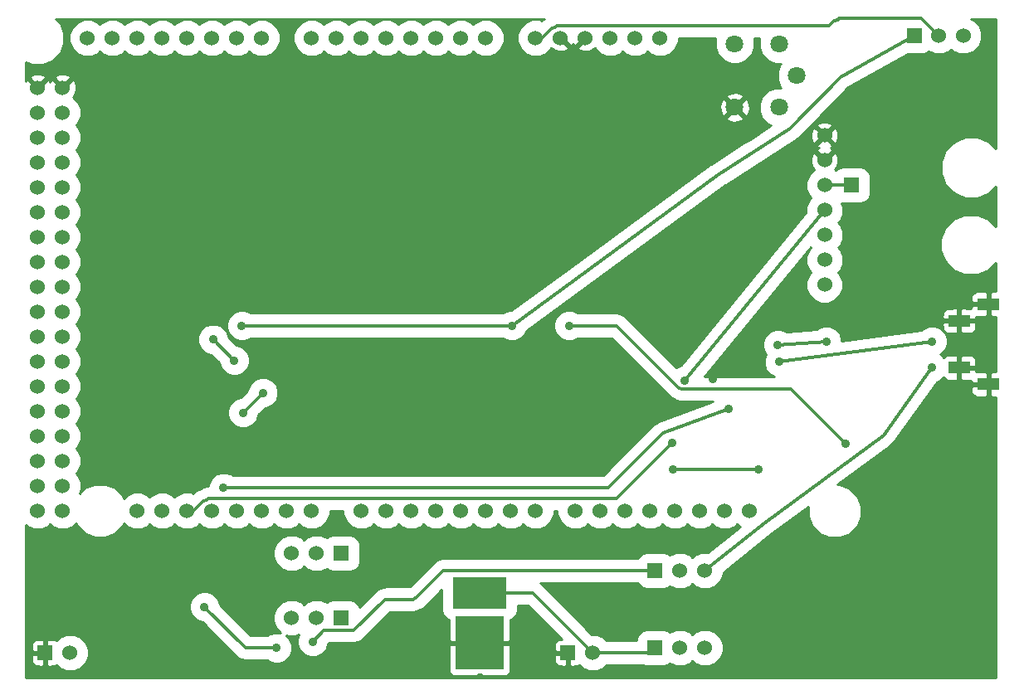
<source format=gbl>
G04 (created by PCBNEW-RS274X (2011-nov-30)-testing) date Mon 13 Aug 2012 06:09:34 PM EDT*
%MOIN*%
G04 Gerber Fmt 3.4, Leading zero omitted, Abs format*
%FSLAX34Y34*%
G01*
G70*
G90*
G04 APERTURE LIST*
%ADD10C,0.006*%
%ADD11R,0.06X0.06*%
%ADD12C,0.06*%
%ADD13R,0.1967X0.2165*%
%ADD14R,0.2165X0.1297*%
%ADD15R,0.0906X0.0512*%
%ADD16R,0.0867X0.0512*%
%ADD17C,0.0709*%
%ADD18C,0.035*%
%ADD19C,0.012*%
%ADD20C,0.014*%
%ADD21C,0.01*%
G04 APERTURE END LIST*
G54D10*
G54D11*
X13200Y2900D03*
G54D12*
X12200Y2900D03*
X11200Y2900D03*
G54D11*
X13200Y5500D03*
G54D12*
X12200Y5500D03*
X11200Y5500D03*
G54D13*
X18757Y1900D03*
G54D14*
X18757Y3898D03*
G54D15*
X39200Y12286D03*
G54D16*
X38019Y12955D03*
G54D15*
X39200Y15514D03*
G54D16*
X38019Y14845D03*
G54D17*
X29000Y23420D03*
X29000Y25980D03*
X30772Y23420D03*
X30772Y25980D03*
X31500Y24700D03*
G54D11*
X36216Y26300D03*
G54D12*
X37200Y26300D03*
X38184Y26300D03*
X32607Y16291D03*
X32608Y17292D03*
X32608Y18292D03*
X32608Y19292D03*
X32608Y20292D03*
X32608Y21292D03*
X32608Y22292D03*
X12000Y7209D03*
X11000Y7209D03*
X10000Y7209D03*
X9000Y7209D03*
X8000Y7209D03*
X7000Y7209D03*
X6000Y7209D03*
X5000Y7209D03*
X3000Y26209D03*
X4000Y26209D03*
X5000Y26209D03*
X6000Y26209D03*
X10000Y26209D03*
X12000Y26209D03*
X13000Y26209D03*
X9000Y26209D03*
X8000Y26209D03*
X7000Y26209D03*
X14000Y26209D03*
X15000Y26209D03*
X16000Y26209D03*
X19000Y26209D03*
X18000Y26209D03*
X17000Y26209D03*
X21000Y26210D03*
X22000Y26209D03*
X23000Y26209D03*
X25000Y26209D03*
X26000Y26209D03*
X14000Y7209D03*
X15000Y7209D03*
X16000Y7209D03*
X17000Y7209D03*
X18000Y7209D03*
X19000Y7209D03*
X20000Y7209D03*
X21000Y7209D03*
X22600Y7209D03*
X23600Y7209D03*
X24600Y7209D03*
X25600Y7209D03*
X26600Y7209D03*
X27600Y7209D03*
X28600Y7209D03*
X29600Y7209D03*
X24000Y26209D03*
X2000Y8209D03*
X1000Y8209D03*
X2000Y9209D03*
X1000Y9209D03*
X2000Y10209D03*
X1000Y10209D03*
X2000Y11209D03*
X1000Y11209D03*
X2000Y7209D03*
X1000Y7209D03*
X1000Y12209D03*
X2000Y12209D03*
X2000Y13209D03*
X1000Y13209D03*
X2000Y14209D03*
X1000Y14209D03*
X2000Y15209D03*
X1000Y15209D03*
X2000Y16209D03*
X1000Y16209D03*
X2000Y17209D03*
X1000Y17209D03*
X2000Y18209D03*
X1000Y18209D03*
X2000Y19209D03*
X1000Y19209D03*
X2000Y20209D03*
X1000Y20209D03*
X2000Y21209D03*
X1000Y21209D03*
X2000Y22209D03*
X1000Y22209D03*
X2000Y23209D03*
X1000Y23209D03*
X2000Y24209D03*
X1000Y24209D03*
G54D11*
X22300Y1500D03*
G54D12*
X23300Y1500D03*
G54D11*
X1300Y1500D03*
G54D12*
X2300Y1500D03*
G54D11*
X25800Y4800D03*
G54D12*
X26800Y4800D03*
X27800Y4800D03*
G54D11*
X25800Y1700D03*
G54D12*
X26800Y1700D03*
X27800Y1700D03*
G54D11*
X33700Y20300D03*
G54D18*
X33450Y9900D03*
X22350Y14650D03*
X12050Y1950D03*
X9250Y11150D03*
X10050Y11950D03*
X7700Y3350D03*
X10600Y1700D03*
X36920Y12965D03*
X36923Y14015D03*
X30787Y13193D03*
X32680Y14009D03*
X30727Y13883D03*
X8900Y13250D03*
X8050Y14100D03*
X28755Y11294D03*
X8462Y8132D03*
X27000Y12450D03*
X26500Y9950D03*
X9200Y14650D03*
X20050Y14650D03*
X14610Y4570D03*
X29439Y14030D03*
X28114Y12504D03*
X29940Y8860D03*
X26510Y8860D03*
G54D19*
X33450Y9900D02*
X31250Y12100D01*
X31250Y12100D02*
X26850Y12100D01*
X26850Y12100D02*
X26800Y12150D01*
X26800Y12150D02*
X26750Y12150D01*
X26750Y12150D02*
X24250Y14650D01*
X24250Y14650D02*
X22350Y14650D01*
X12050Y1950D02*
X12500Y2400D01*
X12500Y2400D02*
X13700Y2400D01*
X13700Y2400D02*
X14950Y3650D01*
X14950Y3650D02*
X16100Y3650D01*
X16100Y3650D02*
X16150Y3700D01*
X16150Y3700D02*
X16200Y3700D01*
X16200Y3700D02*
X17300Y4800D01*
X17300Y4800D02*
X25800Y4800D01*
X9250Y11150D02*
X10050Y11950D01*
X7700Y3350D02*
X9350Y1700D01*
X9350Y1700D02*
X10600Y1700D01*
X27800Y4800D02*
X30185Y6695D01*
X34972Y10244D02*
X36920Y12965D01*
X30185Y6695D02*
X34972Y10244D01*
X30787Y13193D02*
X36923Y14015D01*
X30727Y13883D02*
X32680Y14009D01*
X8900Y13250D02*
X8050Y14100D01*
X23915Y8135D02*
X8462Y8132D01*
X26110Y10330D02*
X23915Y8135D01*
X26110Y10330D02*
X28755Y11294D01*
X27000Y12450D02*
X32608Y19292D01*
X26500Y9950D02*
X24250Y7700D01*
X24250Y7700D02*
X7850Y7700D01*
X7850Y7700D02*
X7800Y7650D01*
X7800Y7650D02*
X7750Y7650D01*
X7750Y7650D02*
X7700Y7600D01*
X7700Y7600D02*
X7650Y7600D01*
X7650Y7600D02*
X7250Y7200D01*
X7250Y7200D02*
X7000Y7200D01*
X7000Y7200D02*
X7000Y7209D01*
X23300Y1500D02*
X20900Y3900D01*
X20900Y3900D02*
X18750Y3900D01*
X18750Y3900D02*
X18757Y3898D01*
X25800Y1700D02*
X25600Y1500D01*
X25600Y1500D02*
X23300Y1500D01*
G54D20*
X20050Y14650D02*
X28328Y20716D01*
X33240Y24635D02*
X36216Y26300D01*
X31210Y22570D02*
X33240Y24635D01*
X28328Y20716D02*
X31210Y22570D01*
G54D19*
X9200Y14650D02*
X20050Y14650D01*
X37200Y26300D02*
X36500Y27000D01*
X36500Y27000D02*
X33200Y27000D01*
X33200Y27000D02*
X33150Y26950D01*
X33150Y26950D02*
X33100Y26950D01*
X33100Y26950D02*
X33050Y26900D01*
X33050Y26900D02*
X33000Y26900D01*
X33000Y26900D02*
X32800Y26700D01*
X32800Y26700D02*
X21850Y26700D01*
X21850Y26700D02*
X21800Y26650D01*
X21800Y26650D02*
X21750Y26650D01*
X21750Y26650D02*
X21700Y26600D01*
X21700Y26600D02*
X21650Y26600D01*
X21650Y26600D02*
X21250Y26200D01*
X21250Y26200D02*
X21000Y26200D01*
X21000Y26200D02*
X21000Y26210D01*
X28114Y12504D02*
X29439Y14030D01*
X29940Y8860D02*
X26510Y8860D01*
X33700Y20300D02*
X32600Y20300D01*
X32600Y20300D02*
X32608Y20292D01*
G54D10*
G36*
X39484Y516D02*
X39150Y516D01*
X39150Y11842D01*
X39150Y12236D01*
X39150Y12336D01*
X39150Y12730D01*
X39150Y15070D01*
X39150Y15464D01*
X39150Y15564D01*
X39150Y15958D01*
X39088Y16020D01*
X38796Y16019D01*
X38697Y16019D01*
X38606Y15981D01*
X38536Y15911D01*
X38498Y15819D01*
X38497Y15626D01*
X38559Y15564D01*
X39150Y15564D01*
X39150Y15464D01*
X38559Y15464D01*
X38497Y15402D01*
X38497Y15350D01*
X38403Y15350D01*
X38131Y15351D01*
X38069Y15289D01*
X38069Y14895D01*
X38640Y14895D01*
X38702Y14957D01*
X38701Y15009D01*
X38796Y15009D01*
X39088Y15008D01*
X39150Y15070D01*
X39150Y12730D01*
X39088Y12792D01*
X38796Y12791D01*
X38701Y12791D01*
X38702Y12843D01*
X38702Y13067D01*
X38702Y14733D01*
X38640Y14795D01*
X38069Y14795D01*
X38069Y14401D01*
X38131Y14339D01*
X38403Y14340D01*
X38502Y14340D01*
X38593Y14378D01*
X38663Y14448D01*
X38701Y14540D01*
X38702Y14733D01*
X38702Y13067D01*
X38701Y13260D01*
X38663Y13352D01*
X38593Y13422D01*
X38502Y13460D01*
X38403Y13460D01*
X38131Y13461D01*
X38069Y13399D01*
X38069Y13005D01*
X38640Y13005D01*
X38702Y13067D01*
X38702Y12843D01*
X38640Y12905D01*
X38069Y12905D01*
X38069Y12511D01*
X38131Y12449D01*
X38403Y12450D01*
X38497Y12450D01*
X38497Y12398D01*
X38559Y12336D01*
X39150Y12336D01*
X39150Y12236D01*
X38559Y12236D01*
X38497Y12174D01*
X38498Y11981D01*
X38536Y11889D01*
X38606Y11819D01*
X38697Y11781D01*
X38796Y11781D01*
X39088Y11780D01*
X39150Y11842D01*
X39150Y516D01*
X22250Y516D01*
X22250Y1012D01*
X22250Y1450D01*
X21812Y1450D01*
X21750Y1388D01*
X21751Y1249D01*
X21751Y1150D01*
X21789Y1059D01*
X21859Y989D01*
X21951Y951D01*
X22188Y950D01*
X22250Y1012D01*
X22250Y516D01*
X3042Y516D01*
X3042Y1352D01*
X3042Y1647D01*
X2929Y1920D01*
X2721Y2129D01*
X2448Y2242D01*
X2153Y2242D01*
X1880Y2129D01*
X1751Y2001D01*
X1741Y2011D01*
X1649Y2049D01*
X1412Y2050D01*
X1350Y1988D01*
X1350Y1600D01*
X1350Y1550D01*
X1350Y1450D01*
X1350Y1400D01*
X1350Y1012D01*
X1412Y950D01*
X1649Y951D01*
X1741Y989D01*
X1751Y1000D01*
X1879Y871D01*
X2152Y758D01*
X2447Y758D01*
X2720Y871D01*
X2929Y1079D01*
X3042Y1352D01*
X3042Y516D01*
X1250Y516D01*
X1250Y1012D01*
X1250Y1450D01*
X1250Y1550D01*
X1250Y1988D01*
X1188Y2050D01*
X951Y2049D01*
X859Y2011D01*
X789Y1941D01*
X751Y1850D01*
X751Y1751D01*
X750Y1612D01*
X812Y1550D01*
X1250Y1550D01*
X1250Y1450D01*
X812Y1450D01*
X750Y1388D01*
X751Y1249D01*
X751Y1150D01*
X789Y1059D01*
X859Y989D01*
X951Y951D01*
X1188Y950D01*
X1250Y1012D01*
X1250Y516D01*
X516Y516D01*
X516Y6644D01*
X579Y6580D01*
X852Y6467D01*
X1147Y6467D01*
X1420Y6580D01*
X1499Y6660D01*
X1579Y6580D01*
X1852Y6467D01*
X2147Y6467D01*
X2420Y6580D01*
X2554Y6714D01*
X2596Y6612D01*
X2895Y6312D01*
X3287Y6149D01*
X3711Y6149D01*
X4103Y6311D01*
X4403Y6610D01*
X4446Y6714D01*
X4579Y6580D01*
X4852Y6467D01*
X5147Y6467D01*
X5420Y6580D01*
X5499Y6660D01*
X5579Y6580D01*
X5852Y6467D01*
X6147Y6467D01*
X6420Y6580D01*
X6499Y6660D01*
X6579Y6580D01*
X6852Y6467D01*
X7147Y6467D01*
X7420Y6580D01*
X7499Y6660D01*
X7579Y6580D01*
X7852Y6467D01*
X8147Y6467D01*
X8420Y6580D01*
X8499Y6660D01*
X8579Y6580D01*
X8852Y6467D01*
X9147Y6467D01*
X9420Y6580D01*
X9499Y6660D01*
X9579Y6580D01*
X9852Y6467D01*
X10147Y6467D01*
X10420Y6580D01*
X10499Y6660D01*
X10579Y6580D01*
X10852Y6467D01*
X11147Y6467D01*
X11420Y6580D01*
X11499Y6660D01*
X11579Y6580D01*
X11852Y6467D01*
X12147Y6467D01*
X12420Y6580D01*
X12629Y6788D01*
X12742Y7061D01*
X12742Y7198D01*
X13258Y7198D01*
X13258Y7062D01*
X13371Y6789D01*
X13579Y6580D01*
X13852Y6467D01*
X14147Y6467D01*
X14420Y6580D01*
X14499Y6660D01*
X14579Y6580D01*
X14852Y6467D01*
X15147Y6467D01*
X15420Y6580D01*
X15499Y6660D01*
X15579Y6580D01*
X15852Y6467D01*
X16147Y6467D01*
X16420Y6580D01*
X16499Y6660D01*
X16579Y6580D01*
X16852Y6467D01*
X17147Y6467D01*
X17420Y6580D01*
X17499Y6660D01*
X17579Y6580D01*
X17852Y6467D01*
X18147Y6467D01*
X18420Y6580D01*
X18499Y6660D01*
X18579Y6580D01*
X18852Y6467D01*
X19147Y6467D01*
X19420Y6580D01*
X19499Y6660D01*
X19579Y6580D01*
X19852Y6467D01*
X20147Y6467D01*
X20420Y6580D01*
X20499Y6660D01*
X20579Y6580D01*
X20852Y6467D01*
X21147Y6467D01*
X21420Y6580D01*
X21629Y6788D01*
X21742Y7061D01*
X21742Y7198D01*
X21858Y7198D01*
X21858Y7062D01*
X21971Y6789D01*
X22179Y6580D01*
X22452Y6467D01*
X22747Y6467D01*
X23020Y6580D01*
X23099Y6660D01*
X23179Y6580D01*
X23452Y6467D01*
X23747Y6467D01*
X24020Y6580D01*
X24099Y6660D01*
X24179Y6580D01*
X24452Y6467D01*
X24747Y6467D01*
X25020Y6580D01*
X25099Y6660D01*
X25179Y6580D01*
X25452Y6467D01*
X25747Y6467D01*
X26020Y6580D01*
X26099Y6660D01*
X26179Y6580D01*
X26452Y6467D01*
X26747Y6467D01*
X27020Y6580D01*
X27099Y6660D01*
X27179Y6580D01*
X27452Y6467D01*
X27747Y6467D01*
X28020Y6580D01*
X28099Y6660D01*
X28179Y6580D01*
X28452Y6467D01*
X28747Y6467D01*
X29020Y6580D01*
X29099Y6660D01*
X29179Y6580D01*
X29213Y6566D01*
X27925Y5542D01*
X27653Y5542D01*
X27380Y5429D01*
X27300Y5350D01*
X27221Y5429D01*
X26948Y5542D01*
X26653Y5542D01*
X26389Y5434D01*
X26350Y5473D01*
X26188Y5541D01*
X26013Y5541D01*
X25413Y5541D01*
X25251Y5474D01*
X25127Y5350D01*
X25106Y5302D01*
X17300Y5302D01*
X17108Y5264D01*
X16945Y5155D01*
X15945Y4156D01*
X15944Y4155D01*
X15940Y4152D01*
X14950Y4152D01*
X14949Y4152D01*
X14911Y4145D01*
X14758Y4114D01*
X14595Y4005D01*
X14594Y4005D01*
X14594Y4004D01*
X13941Y3352D01*
X13941Y5112D01*
X13941Y5287D01*
X13941Y5887D01*
X13874Y6049D01*
X13750Y6173D01*
X13588Y6241D01*
X13413Y6241D01*
X12813Y6241D01*
X12651Y6174D01*
X12610Y6134D01*
X12348Y6242D01*
X12053Y6242D01*
X11780Y6129D01*
X11700Y6050D01*
X11621Y6129D01*
X11348Y6242D01*
X11053Y6242D01*
X10780Y6129D01*
X10571Y5921D01*
X10458Y5648D01*
X10458Y5353D01*
X10571Y5080D01*
X10779Y4871D01*
X11052Y4758D01*
X11347Y4758D01*
X11620Y4871D01*
X11699Y4951D01*
X11779Y4871D01*
X12052Y4758D01*
X12347Y4758D01*
X12610Y4867D01*
X12650Y4827D01*
X12812Y4759D01*
X12987Y4759D01*
X13587Y4759D01*
X13749Y4826D01*
X13873Y4950D01*
X13941Y5112D01*
X13941Y3352D01*
X13922Y3333D01*
X13874Y3449D01*
X13750Y3573D01*
X13588Y3641D01*
X13413Y3641D01*
X12813Y3641D01*
X12651Y3574D01*
X12610Y3534D01*
X12348Y3642D01*
X12053Y3642D01*
X11780Y3529D01*
X11700Y3450D01*
X11621Y3529D01*
X11348Y3642D01*
X11053Y3642D01*
X10780Y3529D01*
X10571Y3321D01*
X10458Y3048D01*
X10458Y2753D01*
X10571Y2480D01*
X10740Y2310D01*
X10723Y2317D01*
X10478Y2317D01*
X10251Y2223D01*
X10229Y2202D01*
X9558Y2202D01*
X8317Y3443D01*
X8317Y3472D01*
X8223Y3699D01*
X8050Y3873D01*
X7823Y3967D01*
X7578Y3967D01*
X7351Y3873D01*
X7177Y3700D01*
X7083Y3473D01*
X7083Y3228D01*
X7177Y3001D01*
X7350Y2827D01*
X7577Y2733D01*
X7607Y2733D01*
X8995Y1345D01*
X9157Y1236D01*
X9158Y1236D01*
X9350Y1198D01*
X10229Y1198D01*
X10250Y1177D01*
X10477Y1083D01*
X10722Y1083D01*
X10949Y1177D01*
X11123Y1350D01*
X11217Y1577D01*
X11217Y1822D01*
X11123Y2049D01*
X10988Y2185D01*
X11052Y2158D01*
X11347Y2158D01*
X11493Y2219D01*
X11433Y2073D01*
X11433Y1828D01*
X11527Y1601D01*
X11700Y1427D01*
X11927Y1333D01*
X12172Y1333D01*
X12399Y1427D01*
X12573Y1600D01*
X12667Y1827D01*
X12667Y1857D01*
X12708Y1898D01*
X13700Y1898D01*
X13892Y1936D01*
X14055Y2045D01*
X15158Y3148D01*
X16100Y3148D01*
X16292Y3186D01*
X16356Y3229D01*
X16392Y3236D01*
X16555Y3345D01*
X17234Y4024D01*
X17234Y3163D01*
X17301Y3001D01*
X17425Y2877D01*
X17524Y2836D01*
X17524Y2012D01*
X17586Y1950D01*
X17942Y1950D01*
X17942Y1850D01*
X17586Y1850D01*
X17524Y1788D01*
X17525Y769D01*
X17563Y677D01*
X17633Y607D01*
X17724Y569D01*
X17823Y569D01*
X18645Y568D01*
X18707Y630D01*
X18707Y642D01*
X18807Y642D01*
X18807Y630D01*
X18869Y568D01*
X19691Y569D01*
X19790Y569D01*
X19881Y607D01*
X19951Y677D01*
X19989Y769D01*
X19990Y1788D01*
X19928Y1850D01*
X19574Y1850D01*
X19574Y1950D01*
X19928Y1950D01*
X19990Y2012D01*
X19989Y2836D01*
X20088Y2876D01*
X20212Y3000D01*
X20280Y3162D01*
X20280Y3337D01*
X20280Y3398D01*
X20692Y3398D01*
X22040Y2050D01*
X21951Y2049D01*
X21859Y2011D01*
X21789Y1941D01*
X21751Y1850D01*
X21751Y1751D01*
X21750Y1612D01*
X21812Y1550D01*
X22200Y1550D01*
X22250Y1550D01*
X22350Y1550D01*
X22350Y1450D01*
X22350Y1400D01*
X22350Y1012D01*
X22412Y950D01*
X22649Y951D01*
X22741Y989D01*
X22751Y1000D01*
X22879Y871D01*
X23152Y758D01*
X23447Y758D01*
X23720Y871D01*
X23847Y998D01*
X25319Y998D01*
X25412Y959D01*
X25587Y959D01*
X26187Y959D01*
X26349Y1026D01*
X26389Y1067D01*
X26652Y958D01*
X26947Y958D01*
X27220Y1071D01*
X27299Y1151D01*
X27379Y1071D01*
X27652Y958D01*
X27947Y958D01*
X28220Y1071D01*
X28429Y1279D01*
X28542Y1552D01*
X28542Y1847D01*
X28429Y2120D01*
X28221Y2329D01*
X27948Y2442D01*
X27653Y2442D01*
X27380Y2329D01*
X27300Y2250D01*
X27221Y2329D01*
X26948Y2442D01*
X26653Y2442D01*
X26389Y2334D01*
X26350Y2373D01*
X26188Y2441D01*
X26013Y2441D01*
X25413Y2441D01*
X25251Y2374D01*
X25127Y2250D01*
X25059Y2088D01*
X25059Y2002D01*
X23847Y2002D01*
X23721Y2129D01*
X23448Y2242D01*
X23268Y2242D01*
X21255Y4255D01*
X21190Y4298D01*
X25106Y4298D01*
X25126Y4251D01*
X25250Y4127D01*
X25412Y4059D01*
X25587Y4059D01*
X26187Y4059D01*
X26349Y4126D01*
X26389Y4167D01*
X26652Y4058D01*
X26947Y4058D01*
X27220Y4171D01*
X27299Y4251D01*
X27379Y4171D01*
X27652Y4058D01*
X27947Y4058D01*
X28220Y4171D01*
X28429Y4379D01*
X28542Y4652D01*
X28542Y4749D01*
X30479Y6290D01*
X30484Y6292D01*
X31946Y7378D01*
X31946Y6974D01*
X32108Y6582D01*
X32407Y6282D01*
X32799Y6119D01*
X33223Y6119D01*
X33615Y6281D01*
X33915Y6580D01*
X34078Y6972D01*
X34078Y7396D01*
X33916Y7788D01*
X33617Y8088D01*
X33225Y8251D01*
X33121Y8251D01*
X35225Y9814D01*
X35238Y9818D01*
X35261Y9841D01*
X35268Y9845D01*
X35276Y9855D01*
X35380Y9952D01*
X37118Y12380D01*
X37269Y12442D01*
X37380Y12553D01*
X37445Y12488D01*
X37536Y12450D01*
X37635Y12450D01*
X37907Y12449D01*
X37969Y12511D01*
X37969Y12855D01*
X37969Y12905D01*
X37969Y13005D01*
X37969Y13055D01*
X37969Y13399D01*
X37969Y14401D01*
X37969Y14795D01*
X37969Y14895D01*
X37969Y15289D01*
X37907Y15351D01*
X37635Y15350D01*
X37536Y15350D01*
X37445Y15312D01*
X37375Y15242D01*
X37337Y15150D01*
X37336Y14957D01*
X37398Y14895D01*
X37969Y14895D01*
X37969Y14795D01*
X37398Y14795D01*
X37336Y14733D01*
X37337Y14540D01*
X37375Y14448D01*
X37445Y14378D01*
X37536Y14340D01*
X37635Y14340D01*
X37907Y14339D01*
X37969Y14401D01*
X37969Y13399D01*
X37907Y13461D01*
X37635Y13460D01*
X37536Y13460D01*
X37445Y13422D01*
X37390Y13368D01*
X37270Y13488D01*
X37266Y13490D01*
X37272Y13492D01*
X37446Y13665D01*
X37540Y13892D01*
X37540Y14137D01*
X37446Y14364D01*
X37273Y14538D01*
X37046Y14632D01*
X36801Y14632D01*
X36574Y14538D01*
X36496Y14462D01*
X33297Y14035D01*
X33297Y14131D01*
X33203Y14358D01*
X33030Y14532D01*
X32803Y14626D01*
X32558Y14626D01*
X32331Y14532D01*
X32285Y14487D01*
X31071Y14409D01*
X30850Y14500D01*
X30605Y14500D01*
X30378Y14406D01*
X30204Y14233D01*
X30110Y14006D01*
X30110Y13761D01*
X30204Y13534D01*
X30243Y13495D01*
X30170Y13316D01*
X30170Y13071D01*
X30264Y12844D01*
X30437Y12670D01*
X30601Y12602D01*
X27772Y12602D01*
X32037Y17813D01*
X32058Y17793D01*
X31979Y17713D01*
X31866Y17440D01*
X31866Y17145D01*
X31979Y16872D01*
X32058Y16793D01*
X31978Y16712D01*
X31865Y16439D01*
X31865Y16144D01*
X31978Y15871D01*
X32186Y15662D01*
X32459Y15549D01*
X32754Y15549D01*
X33027Y15662D01*
X33236Y15870D01*
X33349Y16143D01*
X33349Y16438D01*
X33236Y16711D01*
X33156Y16791D01*
X33237Y16871D01*
X33350Y17144D01*
X33350Y17439D01*
X33237Y17712D01*
X33157Y17792D01*
X33237Y17871D01*
X33350Y18144D01*
X33350Y18439D01*
X33237Y18712D01*
X33157Y18792D01*
X33237Y18871D01*
X33350Y19144D01*
X33350Y19439D01*
X33297Y19565D01*
X33312Y19559D01*
X33487Y19559D01*
X34087Y19559D01*
X34249Y19626D01*
X34373Y19750D01*
X34441Y19912D01*
X34441Y20087D01*
X34441Y20687D01*
X34374Y20849D01*
X34250Y20973D01*
X34088Y21041D01*
X33913Y21041D01*
X33313Y21041D01*
X33161Y20979D01*
X33151Y20974D01*
X33063Y20887D01*
X33029Y20921D01*
X33028Y20922D01*
X33074Y20967D01*
X33047Y20994D01*
X33088Y21006D01*
X33161Y21211D01*
X33161Y22211D01*
X33150Y22429D01*
X33088Y22578D01*
X32993Y22607D01*
X32923Y22537D01*
X32923Y22677D01*
X32894Y22772D01*
X32689Y22845D01*
X32471Y22834D01*
X32322Y22772D01*
X32293Y22677D01*
X32608Y22363D01*
X32923Y22677D01*
X32923Y22537D01*
X32679Y22292D01*
X32993Y21977D01*
X33088Y22006D01*
X33161Y22211D01*
X33161Y21211D01*
X33150Y21429D01*
X33088Y21578D01*
X32993Y21607D01*
X32923Y21537D01*
X32923Y21677D01*
X32894Y21772D01*
X32842Y21791D01*
X32894Y21812D01*
X32923Y21907D01*
X32608Y22221D01*
X32537Y22151D01*
X32537Y22292D01*
X32223Y22607D01*
X32128Y22578D01*
X32055Y22373D01*
X32066Y22155D01*
X32128Y22006D01*
X32223Y21977D01*
X32537Y22292D01*
X32537Y22151D01*
X32293Y21907D01*
X32322Y21812D01*
X32373Y21794D01*
X32322Y21772D01*
X32293Y21677D01*
X32608Y21363D01*
X32923Y21677D01*
X32923Y21537D01*
X32679Y21292D01*
X32608Y21221D01*
X32537Y21292D01*
X32502Y21327D01*
X32223Y21607D01*
X32128Y21578D01*
X32055Y21373D01*
X32066Y21155D01*
X32128Y21006D01*
X32168Y20994D01*
X32142Y20967D01*
X32188Y20921D01*
X31979Y20713D01*
X31866Y20440D01*
X31866Y20145D01*
X31979Y19872D01*
X32058Y19793D01*
X31979Y19713D01*
X31866Y19440D01*
X31866Y19188D01*
X26845Y13054D01*
X26651Y12973D01*
X26643Y12967D01*
X24605Y15005D01*
X24442Y15114D01*
X24250Y15152D01*
X22720Y15152D01*
X22700Y15173D01*
X22473Y15267D01*
X22228Y15267D01*
X22001Y15173D01*
X21827Y15000D01*
X21733Y14773D01*
X21733Y14528D01*
X21827Y14301D01*
X22000Y14127D01*
X22227Y14033D01*
X22472Y14033D01*
X22699Y14127D01*
X22720Y14148D01*
X24042Y14148D01*
X26395Y11795D01*
X26557Y11687D01*
X26558Y11686D01*
X26592Y11680D01*
X26593Y11680D01*
X26593Y11679D01*
X26595Y11679D01*
X26657Y11637D01*
X26658Y11636D01*
X26811Y11606D01*
X26849Y11598D01*
X26849Y11599D01*
X26850Y11598D01*
X28125Y11598D01*
X25938Y10802D01*
X25928Y10797D01*
X25918Y10794D01*
X25845Y10746D01*
X25771Y10700D01*
X25764Y10692D01*
X25755Y10685D01*
X23704Y8634D01*
X10667Y8634D01*
X10667Y11827D01*
X10667Y12072D01*
X10573Y12299D01*
X10400Y12473D01*
X10173Y12567D01*
X9928Y12567D01*
X9701Y12473D01*
X9527Y12300D01*
X9517Y12276D01*
X9517Y13127D01*
X9517Y13372D01*
X9423Y13599D01*
X9250Y13773D01*
X9023Y13867D01*
X8993Y13867D01*
X8667Y14193D01*
X8667Y14222D01*
X8573Y14449D01*
X8400Y14623D01*
X8173Y14717D01*
X7928Y14717D01*
X7701Y14623D01*
X7527Y14450D01*
X7433Y14223D01*
X7433Y13978D01*
X7527Y13751D01*
X7700Y13577D01*
X7927Y13483D01*
X7957Y13483D01*
X8283Y13157D01*
X8283Y13128D01*
X8377Y12901D01*
X8550Y12727D01*
X8777Y12633D01*
X9022Y12633D01*
X9249Y12727D01*
X9423Y12900D01*
X9517Y13127D01*
X9517Y12276D01*
X9433Y12073D01*
X9433Y12043D01*
X9157Y11767D01*
X9128Y11767D01*
X8901Y11673D01*
X8727Y11500D01*
X8633Y11273D01*
X8633Y11028D01*
X8727Y10801D01*
X8900Y10627D01*
X9127Y10533D01*
X9372Y10533D01*
X9599Y10627D01*
X9773Y10800D01*
X9867Y11027D01*
X9867Y11057D01*
X10143Y11333D01*
X10172Y11333D01*
X10399Y11427D01*
X10573Y11600D01*
X10667Y11827D01*
X10667Y8634D01*
X8832Y8634D01*
X8812Y8655D01*
X8585Y8749D01*
X8340Y8749D01*
X8113Y8655D01*
X7939Y8482D01*
X7845Y8255D01*
X7845Y8202D01*
X7811Y8195D01*
X7658Y8164D01*
X7595Y8122D01*
X7593Y8122D01*
X7593Y8121D01*
X7592Y8121D01*
X7558Y8114D01*
X7495Y8072D01*
X7493Y8072D01*
X7493Y8071D01*
X7492Y8071D01*
X7458Y8064D01*
X7295Y7955D01*
X7292Y7952D01*
X7249Y7909D01*
X7148Y7951D01*
X6853Y7951D01*
X6580Y7838D01*
X6500Y7759D01*
X6421Y7838D01*
X6148Y7951D01*
X5853Y7951D01*
X5580Y7838D01*
X5500Y7759D01*
X5421Y7838D01*
X5148Y7951D01*
X4853Y7951D01*
X4580Y7838D01*
X4449Y7709D01*
X4404Y7818D01*
X4105Y8118D01*
X3713Y8281D01*
X3289Y8281D01*
X2897Y8119D01*
X2674Y7897D01*
X2742Y8061D01*
X2742Y8356D01*
X2629Y8629D01*
X2549Y8709D01*
X2629Y8788D01*
X2742Y9061D01*
X2742Y9356D01*
X2629Y9629D01*
X2549Y9709D01*
X2629Y9788D01*
X2742Y10061D01*
X2742Y10356D01*
X2629Y10629D01*
X2549Y10709D01*
X2629Y10788D01*
X2742Y11061D01*
X2742Y11356D01*
X2629Y11629D01*
X2549Y11709D01*
X2629Y11788D01*
X2742Y12061D01*
X2742Y12356D01*
X2629Y12629D01*
X2549Y12709D01*
X2629Y12788D01*
X2742Y13061D01*
X2742Y13356D01*
X2629Y13629D01*
X2549Y13709D01*
X2629Y13788D01*
X2742Y14061D01*
X2742Y14356D01*
X2629Y14629D01*
X2549Y14709D01*
X2629Y14788D01*
X2742Y15061D01*
X2742Y15356D01*
X2629Y15629D01*
X2549Y15709D01*
X2629Y15788D01*
X2742Y16061D01*
X2742Y16356D01*
X2629Y16629D01*
X2549Y16709D01*
X2629Y16788D01*
X2742Y17061D01*
X2742Y17356D01*
X2629Y17629D01*
X2549Y17709D01*
X2629Y17788D01*
X2742Y18061D01*
X2742Y18356D01*
X2629Y18629D01*
X2549Y18709D01*
X2629Y18788D01*
X2742Y19061D01*
X2742Y19356D01*
X2629Y19629D01*
X2549Y19709D01*
X2629Y19788D01*
X2742Y20061D01*
X2742Y20356D01*
X2629Y20629D01*
X2549Y20709D01*
X2629Y20788D01*
X2742Y21061D01*
X2742Y21356D01*
X2629Y21629D01*
X2549Y21709D01*
X2629Y21788D01*
X2742Y22061D01*
X2742Y22356D01*
X2629Y22629D01*
X2549Y22709D01*
X2629Y22788D01*
X2742Y23061D01*
X2742Y23356D01*
X2629Y23629D01*
X2553Y23706D01*
X2421Y23838D01*
X2420Y23839D01*
X2466Y23884D01*
X2439Y23911D01*
X2480Y23923D01*
X2553Y24128D01*
X2542Y24346D01*
X2480Y24495D01*
X2385Y24524D01*
X2315Y24454D01*
X2315Y24594D01*
X2286Y24689D01*
X2081Y24762D01*
X1863Y24751D01*
X1714Y24689D01*
X1685Y24594D01*
X2000Y24280D01*
X2315Y24594D01*
X2315Y24454D01*
X2071Y24209D01*
X2000Y24138D01*
X1929Y24209D01*
X1894Y24244D01*
X1615Y24524D01*
X1520Y24495D01*
X1501Y24444D01*
X1480Y24495D01*
X1385Y24524D01*
X1315Y24454D01*
X1315Y24594D01*
X1286Y24689D01*
X1081Y24762D01*
X863Y24751D01*
X714Y24689D01*
X685Y24594D01*
X1000Y24280D01*
X1315Y24594D01*
X1315Y24454D01*
X1071Y24209D01*
X1000Y24138D01*
X929Y24209D01*
X894Y24244D01*
X615Y24524D01*
X520Y24495D01*
X516Y24484D01*
X516Y25248D01*
X787Y25135D01*
X1211Y25135D01*
X1603Y25297D01*
X1903Y25596D01*
X2066Y25988D01*
X2066Y26412D01*
X1904Y26804D01*
X1724Y26984D01*
X21338Y26984D01*
X21295Y26955D01*
X21292Y26952D01*
X21250Y26910D01*
X21148Y26952D01*
X20853Y26952D01*
X20580Y26839D01*
X20371Y26631D01*
X20258Y26358D01*
X20258Y26063D01*
X20371Y25790D01*
X20579Y25581D01*
X20852Y25468D01*
X21147Y25468D01*
X21420Y25581D01*
X21629Y25789D01*
X21675Y25743D01*
X21701Y25770D01*
X21714Y25729D01*
X21919Y25656D01*
X22137Y25667D01*
X22286Y25729D01*
X22315Y25824D01*
X22035Y26103D01*
X22000Y26138D01*
X21958Y26180D01*
X21992Y26186D01*
X22009Y26198D01*
X22081Y26198D01*
X22385Y25894D01*
X22480Y25923D01*
X22498Y25975D01*
X22520Y25923D01*
X22615Y25894D01*
X22894Y26174D01*
X22918Y26198D01*
X23060Y26198D01*
X23000Y26138D01*
X22685Y25824D01*
X22714Y25729D01*
X22919Y25656D01*
X23137Y25667D01*
X23286Y25729D01*
X23298Y25770D01*
X23315Y25753D01*
X23325Y25743D01*
X23371Y25789D01*
X23579Y25580D01*
X23852Y25467D01*
X24147Y25467D01*
X24420Y25580D01*
X24499Y25660D01*
X24579Y25580D01*
X24852Y25467D01*
X25147Y25467D01*
X25420Y25580D01*
X25499Y25660D01*
X25579Y25580D01*
X25852Y25467D01*
X26147Y25467D01*
X26420Y25580D01*
X26629Y25788D01*
X26742Y26061D01*
X26742Y26198D01*
X28228Y26198D01*
X28204Y26139D01*
X28204Y25822D01*
X28325Y25529D01*
X28549Y25305D01*
X28841Y25184D01*
X29158Y25184D01*
X29451Y25305D01*
X29675Y25529D01*
X29796Y25821D01*
X29796Y26138D01*
X29771Y26198D01*
X30000Y26198D01*
X29976Y26139D01*
X29976Y25822D01*
X30097Y25529D01*
X30321Y25305D01*
X30613Y25184D01*
X30858Y25184D01*
X30825Y25151D01*
X30704Y24859D01*
X30704Y24542D01*
X30825Y24249D01*
X30858Y24216D01*
X30614Y24216D01*
X30321Y24095D01*
X30097Y23871D01*
X29976Y23579D01*
X29976Y23262D01*
X30097Y22969D01*
X30321Y22745D01*
X30449Y22692D01*
X29607Y22150D01*
X29607Y23325D01*
X29597Y23564D01*
X29525Y23740D01*
X29424Y23774D01*
X29354Y23704D01*
X29354Y23844D01*
X29320Y23945D01*
X29095Y24027D01*
X28856Y24017D01*
X28680Y23945D01*
X28646Y23844D01*
X29000Y23491D01*
X29354Y23844D01*
X29354Y23704D01*
X29071Y23420D01*
X29424Y23066D01*
X29525Y23100D01*
X29607Y23325D01*
X29607Y22150D01*
X29354Y21987D01*
X29354Y22996D01*
X29000Y23349D01*
X28929Y23279D01*
X28929Y23420D01*
X28576Y23774D01*
X28475Y23740D01*
X28393Y23515D01*
X28403Y23276D01*
X28475Y23100D01*
X28576Y23066D01*
X28929Y23420D01*
X28929Y23279D01*
X28646Y22996D01*
X28680Y22895D01*
X28905Y22813D01*
X29144Y22823D01*
X29320Y22895D01*
X29354Y22996D01*
X29354Y21987D01*
X28051Y21146D01*
X28025Y21122D01*
X23315Y17675D01*
X22315Y16943D01*
X20026Y15267D01*
X19928Y15267D01*
X19742Y15190D01*
X19742Y26061D01*
X19742Y26356D01*
X19629Y26629D01*
X19421Y26838D01*
X19148Y26951D01*
X18853Y26951D01*
X18580Y26838D01*
X18500Y26759D01*
X18421Y26838D01*
X18148Y26951D01*
X17853Y26951D01*
X17580Y26838D01*
X17500Y26759D01*
X17421Y26838D01*
X17148Y26951D01*
X16853Y26951D01*
X16580Y26838D01*
X16500Y26759D01*
X16421Y26838D01*
X16148Y26951D01*
X15853Y26951D01*
X15580Y26838D01*
X15500Y26759D01*
X15421Y26838D01*
X15148Y26951D01*
X14853Y26951D01*
X14580Y26838D01*
X14500Y26759D01*
X14421Y26838D01*
X14148Y26951D01*
X13853Y26951D01*
X13580Y26838D01*
X13500Y26759D01*
X13421Y26838D01*
X13148Y26951D01*
X12853Y26951D01*
X12580Y26838D01*
X12500Y26759D01*
X12421Y26838D01*
X12148Y26951D01*
X11853Y26951D01*
X11580Y26838D01*
X11371Y26630D01*
X11258Y26357D01*
X11258Y26062D01*
X11371Y25789D01*
X11579Y25580D01*
X11852Y25467D01*
X12147Y25467D01*
X12420Y25580D01*
X12499Y25660D01*
X12579Y25580D01*
X12852Y25467D01*
X13147Y25467D01*
X13420Y25580D01*
X13499Y25660D01*
X13579Y25580D01*
X13852Y25467D01*
X14147Y25467D01*
X14420Y25580D01*
X14499Y25660D01*
X14579Y25580D01*
X14852Y25467D01*
X15147Y25467D01*
X15420Y25580D01*
X15499Y25660D01*
X15579Y25580D01*
X15852Y25467D01*
X16147Y25467D01*
X16420Y25580D01*
X16499Y25660D01*
X16579Y25580D01*
X16852Y25467D01*
X17147Y25467D01*
X17420Y25580D01*
X17499Y25660D01*
X17579Y25580D01*
X17852Y25467D01*
X18147Y25467D01*
X18420Y25580D01*
X18499Y25660D01*
X18579Y25580D01*
X18852Y25467D01*
X19147Y25467D01*
X19420Y25580D01*
X19629Y25788D01*
X19742Y26061D01*
X19742Y15190D01*
X19701Y15173D01*
X19679Y15152D01*
X10742Y15152D01*
X10742Y26061D01*
X10742Y26356D01*
X10629Y26629D01*
X10421Y26838D01*
X10148Y26951D01*
X9853Y26951D01*
X9580Y26838D01*
X9500Y26759D01*
X9421Y26838D01*
X9148Y26951D01*
X8853Y26951D01*
X8580Y26838D01*
X8500Y26759D01*
X8421Y26838D01*
X8148Y26951D01*
X7853Y26951D01*
X7580Y26838D01*
X7500Y26759D01*
X7421Y26838D01*
X7148Y26951D01*
X6853Y26951D01*
X6580Y26838D01*
X6500Y26759D01*
X6421Y26838D01*
X6148Y26951D01*
X5853Y26951D01*
X5580Y26838D01*
X5500Y26759D01*
X5421Y26838D01*
X5148Y26951D01*
X4853Y26951D01*
X4580Y26838D01*
X4500Y26759D01*
X4421Y26838D01*
X4148Y26951D01*
X3853Y26951D01*
X3580Y26838D01*
X3500Y26759D01*
X3421Y26838D01*
X3148Y26951D01*
X2853Y26951D01*
X2580Y26838D01*
X2371Y26630D01*
X2258Y26357D01*
X2258Y26062D01*
X2371Y25789D01*
X2579Y25580D01*
X2852Y25467D01*
X3147Y25467D01*
X3420Y25580D01*
X3499Y25660D01*
X3579Y25580D01*
X3852Y25467D01*
X4147Y25467D01*
X4420Y25580D01*
X4499Y25660D01*
X4579Y25580D01*
X4852Y25467D01*
X5147Y25467D01*
X5420Y25580D01*
X5499Y25660D01*
X5579Y25580D01*
X5852Y25467D01*
X6147Y25467D01*
X6420Y25580D01*
X6499Y25660D01*
X6579Y25580D01*
X6852Y25467D01*
X7147Y25467D01*
X7420Y25580D01*
X7499Y25660D01*
X7579Y25580D01*
X7852Y25467D01*
X8147Y25467D01*
X8420Y25580D01*
X8499Y25660D01*
X8579Y25580D01*
X8852Y25467D01*
X9147Y25467D01*
X9420Y25580D01*
X9499Y25660D01*
X9579Y25580D01*
X9852Y25467D01*
X10147Y25467D01*
X10420Y25580D01*
X10629Y25788D01*
X10742Y26061D01*
X10742Y15152D01*
X9570Y15152D01*
X9550Y15173D01*
X9323Y15267D01*
X9078Y15267D01*
X8851Y15173D01*
X8677Y15000D01*
X8583Y14773D01*
X8583Y14528D01*
X8677Y14301D01*
X8850Y14127D01*
X9077Y14033D01*
X9322Y14033D01*
X9549Y14127D01*
X9570Y14148D01*
X19679Y14148D01*
X19700Y14127D01*
X19927Y14033D01*
X20172Y14033D01*
X20399Y14127D01*
X20573Y14300D01*
X20631Y14442D01*
X28633Y20298D01*
X28646Y20313D01*
X31485Y22142D01*
X31513Y22170D01*
X31575Y22211D01*
X33551Y24223D01*
X35941Y25559D01*
X36003Y25559D01*
X36603Y25559D01*
X36765Y25626D01*
X36800Y25662D01*
X37052Y25558D01*
X37347Y25558D01*
X37620Y25671D01*
X37691Y25743D01*
X37763Y25671D01*
X38036Y25558D01*
X38331Y25558D01*
X38604Y25671D01*
X38813Y25879D01*
X38926Y26152D01*
X38926Y26447D01*
X38813Y26720D01*
X38605Y26929D01*
X38472Y26984D01*
X39484Y26984D01*
X39484Y21765D01*
X39207Y22042D01*
X38756Y22229D01*
X38267Y22230D01*
X37815Y22043D01*
X37469Y21698D01*
X37282Y21247D01*
X37281Y20758D01*
X37468Y20306D01*
X37813Y19960D01*
X38264Y19773D01*
X38753Y19772D01*
X39205Y19959D01*
X39484Y20238D01*
X39484Y18641D01*
X39201Y18924D01*
X38758Y19108D01*
X38278Y19108D01*
X38230Y19108D01*
X37787Y18925D01*
X37447Y18586D01*
X37263Y18143D01*
X37263Y17663D01*
X37446Y17220D01*
X37785Y16880D01*
X38228Y16696D01*
X38708Y16696D01*
X38756Y16696D01*
X39199Y16879D01*
X39484Y17164D01*
X39484Y16020D01*
X39312Y16020D01*
X39250Y15958D01*
X39250Y15614D01*
X39250Y15564D01*
X39250Y15464D01*
X39250Y15414D01*
X39250Y15070D01*
X39312Y15008D01*
X39484Y15009D01*
X39484Y12792D01*
X39312Y12792D01*
X39250Y12730D01*
X39250Y12386D01*
X39250Y12336D01*
X39250Y12236D01*
X39250Y12186D01*
X39250Y11842D01*
X39312Y11780D01*
X39484Y11781D01*
X39484Y516D01*
X39484Y516D01*
G37*
G54D21*
X39484Y516D02*
X39150Y516D01*
X39150Y11842D01*
X39150Y12236D01*
X39150Y12336D01*
X39150Y12730D01*
X39150Y15070D01*
X39150Y15464D01*
X39150Y15564D01*
X39150Y15958D01*
X39088Y16020D01*
X38796Y16019D01*
X38697Y16019D01*
X38606Y15981D01*
X38536Y15911D01*
X38498Y15819D01*
X38497Y15626D01*
X38559Y15564D01*
X39150Y15564D01*
X39150Y15464D01*
X38559Y15464D01*
X38497Y15402D01*
X38497Y15350D01*
X38403Y15350D01*
X38131Y15351D01*
X38069Y15289D01*
X38069Y14895D01*
X38640Y14895D01*
X38702Y14957D01*
X38701Y15009D01*
X38796Y15009D01*
X39088Y15008D01*
X39150Y15070D01*
X39150Y12730D01*
X39088Y12792D01*
X38796Y12791D01*
X38701Y12791D01*
X38702Y12843D01*
X38702Y13067D01*
X38702Y14733D01*
X38640Y14795D01*
X38069Y14795D01*
X38069Y14401D01*
X38131Y14339D01*
X38403Y14340D01*
X38502Y14340D01*
X38593Y14378D01*
X38663Y14448D01*
X38701Y14540D01*
X38702Y14733D01*
X38702Y13067D01*
X38701Y13260D01*
X38663Y13352D01*
X38593Y13422D01*
X38502Y13460D01*
X38403Y13460D01*
X38131Y13461D01*
X38069Y13399D01*
X38069Y13005D01*
X38640Y13005D01*
X38702Y13067D01*
X38702Y12843D01*
X38640Y12905D01*
X38069Y12905D01*
X38069Y12511D01*
X38131Y12449D01*
X38403Y12450D01*
X38497Y12450D01*
X38497Y12398D01*
X38559Y12336D01*
X39150Y12336D01*
X39150Y12236D01*
X38559Y12236D01*
X38497Y12174D01*
X38498Y11981D01*
X38536Y11889D01*
X38606Y11819D01*
X38697Y11781D01*
X38796Y11781D01*
X39088Y11780D01*
X39150Y11842D01*
X39150Y516D01*
X22250Y516D01*
X22250Y1012D01*
X22250Y1450D01*
X21812Y1450D01*
X21750Y1388D01*
X21751Y1249D01*
X21751Y1150D01*
X21789Y1059D01*
X21859Y989D01*
X21951Y951D01*
X22188Y950D01*
X22250Y1012D01*
X22250Y516D01*
X3042Y516D01*
X3042Y1352D01*
X3042Y1647D01*
X2929Y1920D01*
X2721Y2129D01*
X2448Y2242D01*
X2153Y2242D01*
X1880Y2129D01*
X1751Y2001D01*
X1741Y2011D01*
X1649Y2049D01*
X1412Y2050D01*
X1350Y1988D01*
X1350Y1600D01*
X1350Y1550D01*
X1350Y1450D01*
X1350Y1400D01*
X1350Y1012D01*
X1412Y950D01*
X1649Y951D01*
X1741Y989D01*
X1751Y1000D01*
X1879Y871D01*
X2152Y758D01*
X2447Y758D01*
X2720Y871D01*
X2929Y1079D01*
X3042Y1352D01*
X3042Y516D01*
X1250Y516D01*
X1250Y1012D01*
X1250Y1450D01*
X1250Y1550D01*
X1250Y1988D01*
X1188Y2050D01*
X951Y2049D01*
X859Y2011D01*
X789Y1941D01*
X751Y1850D01*
X751Y1751D01*
X750Y1612D01*
X812Y1550D01*
X1250Y1550D01*
X1250Y1450D01*
X812Y1450D01*
X750Y1388D01*
X751Y1249D01*
X751Y1150D01*
X789Y1059D01*
X859Y989D01*
X951Y951D01*
X1188Y950D01*
X1250Y1012D01*
X1250Y516D01*
X516Y516D01*
X516Y6644D01*
X579Y6580D01*
X852Y6467D01*
X1147Y6467D01*
X1420Y6580D01*
X1499Y6660D01*
X1579Y6580D01*
X1852Y6467D01*
X2147Y6467D01*
X2420Y6580D01*
X2554Y6714D01*
X2596Y6612D01*
X2895Y6312D01*
X3287Y6149D01*
X3711Y6149D01*
X4103Y6311D01*
X4403Y6610D01*
X4446Y6714D01*
X4579Y6580D01*
X4852Y6467D01*
X5147Y6467D01*
X5420Y6580D01*
X5499Y6660D01*
X5579Y6580D01*
X5852Y6467D01*
X6147Y6467D01*
X6420Y6580D01*
X6499Y6660D01*
X6579Y6580D01*
X6852Y6467D01*
X7147Y6467D01*
X7420Y6580D01*
X7499Y6660D01*
X7579Y6580D01*
X7852Y6467D01*
X8147Y6467D01*
X8420Y6580D01*
X8499Y6660D01*
X8579Y6580D01*
X8852Y6467D01*
X9147Y6467D01*
X9420Y6580D01*
X9499Y6660D01*
X9579Y6580D01*
X9852Y6467D01*
X10147Y6467D01*
X10420Y6580D01*
X10499Y6660D01*
X10579Y6580D01*
X10852Y6467D01*
X11147Y6467D01*
X11420Y6580D01*
X11499Y6660D01*
X11579Y6580D01*
X11852Y6467D01*
X12147Y6467D01*
X12420Y6580D01*
X12629Y6788D01*
X12742Y7061D01*
X12742Y7198D01*
X13258Y7198D01*
X13258Y7062D01*
X13371Y6789D01*
X13579Y6580D01*
X13852Y6467D01*
X14147Y6467D01*
X14420Y6580D01*
X14499Y6660D01*
X14579Y6580D01*
X14852Y6467D01*
X15147Y6467D01*
X15420Y6580D01*
X15499Y6660D01*
X15579Y6580D01*
X15852Y6467D01*
X16147Y6467D01*
X16420Y6580D01*
X16499Y6660D01*
X16579Y6580D01*
X16852Y6467D01*
X17147Y6467D01*
X17420Y6580D01*
X17499Y6660D01*
X17579Y6580D01*
X17852Y6467D01*
X18147Y6467D01*
X18420Y6580D01*
X18499Y6660D01*
X18579Y6580D01*
X18852Y6467D01*
X19147Y6467D01*
X19420Y6580D01*
X19499Y6660D01*
X19579Y6580D01*
X19852Y6467D01*
X20147Y6467D01*
X20420Y6580D01*
X20499Y6660D01*
X20579Y6580D01*
X20852Y6467D01*
X21147Y6467D01*
X21420Y6580D01*
X21629Y6788D01*
X21742Y7061D01*
X21742Y7198D01*
X21858Y7198D01*
X21858Y7062D01*
X21971Y6789D01*
X22179Y6580D01*
X22452Y6467D01*
X22747Y6467D01*
X23020Y6580D01*
X23099Y6660D01*
X23179Y6580D01*
X23452Y6467D01*
X23747Y6467D01*
X24020Y6580D01*
X24099Y6660D01*
X24179Y6580D01*
X24452Y6467D01*
X24747Y6467D01*
X25020Y6580D01*
X25099Y6660D01*
X25179Y6580D01*
X25452Y6467D01*
X25747Y6467D01*
X26020Y6580D01*
X26099Y6660D01*
X26179Y6580D01*
X26452Y6467D01*
X26747Y6467D01*
X27020Y6580D01*
X27099Y6660D01*
X27179Y6580D01*
X27452Y6467D01*
X27747Y6467D01*
X28020Y6580D01*
X28099Y6660D01*
X28179Y6580D01*
X28452Y6467D01*
X28747Y6467D01*
X29020Y6580D01*
X29099Y6660D01*
X29179Y6580D01*
X29213Y6566D01*
X27925Y5542D01*
X27653Y5542D01*
X27380Y5429D01*
X27300Y5350D01*
X27221Y5429D01*
X26948Y5542D01*
X26653Y5542D01*
X26389Y5434D01*
X26350Y5473D01*
X26188Y5541D01*
X26013Y5541D01*
X25413Y5541D01*
X25251Y5474D01*
X25127Y5350D01*
X25106Y5302D01*
X17300Y5302D01*
X17108Y5264D01*
X16945Y5155D01*
X15945Y4156D01*
X15944Y4155D01*
X15940Y4152D01*
X14950Y4152D01*
X14949Y4152D01*
X14911Y4145D01*
X14758Y4114D01*
X14595Y4005D01*
X14594Y4005D01*
X14594Y4004D01*
X13941Y3352D01*
X13941Y5112D01*
X13941Y5287D01*
X13941Y5887D01*
X13874Y6049D01*
X13750Y6173D01*
X13588Y6241D01*
X13413Y6241D01*
X12813Y6241D01*
X12651Y6174D01*
X12610Y6134D01*
X12348Y6242D01*
X12053Y6242D01*
X11780Y6129D01*
X11700Y6050D01*
X11621Y6129D01*
X11348Y6242D01*
X11053Y6242D01*
X10780Y6129D01*
X10571Y5921D01*
X10458Y5648D01*
X10458Y5353D01*
X10571Y5080D01*
X10779Y4871D01*
X11052Y4758D01*
X11347Y4758D01*
X11620Y4871D01*
X11699Y4951D01*
X11779Y4871D01*
X12052Y4758D01*
X12347Y4758D01*
X12610Y4867D01*
X12650Y4827D01*
X12812Y4759D01*
X12987Y4759D01*
X13587Y4759D01*
X13749Y4826D01*
X13873Y4950D01*
X13941Y5112D01*
X13941Y3352D01*
X13922Y3333D01*
X13874Y3449D01*
X13750Y3573D01*
X13588Y3641D01*
X13413Y3641D01*
X12813Y3641D01*
X12651Y3574D01*
X12610Y3534D01*
X12348Y3642D01*
X12053Y3642D01*
X11780Y3529D01*
X11700Y3450D01*
X11621Y3529D01*
X11348Y3642D01*
X11053Y3642D01*
X10780Y3529D01*
X10571Y3321D01*
X10458Y3048D01*
X10458Y2753D01*
X10571Y2480D01*
X10740Y2310D01*
X10723Y2317D01*
X10478Y2317D01*
X10251Y2223D01*
X10229Y2202D01*
X9558Y2202D01*
X8317Y3443D01*
X8317Y3472D01*
X8223Y3699D01*
X8050Y3873D01*
X7823Y3967D01*
X7578Y3967D01*
X7351Y3873D01*
X7177Y3700D01*
X7083Y3473D01*
X7083Y3228D01*
X7177Y3001D01*
X7350Y2827D01*
X7577Y2733D01*
X7607Y2733D01*
X8995Y1345D01*
X9157Y1236D01*
X9158Y1236D01*
X9350Y1198D01*
X10229Y1198D01*
X10250Y1177D01*
X10477Y1083D01*
X10722Y1083D01*
X10949Y1177D01*
X11123Y1350D01*
X11217Y1577D01*
X11217Y1822D01*
X11123Y2049D01*
X10988Y2185D01*
X11052Y2158D01*
X11347Y2158D01*
X11493Y2219D01*
X11433Y2073D01*
X11433Y1828D01*
X11527Y1601D01*
X11700Y1427D01*
X11927Y1333D01*
X12172Y1333D01*
X12399Y1427D01*
X12573Y1600D01*
X12667Y1827D01*
X12667Y1857D01*
X12708Y1898D01*
X13700Y1898D01*
X13892Y1936D01*
X14055Y2045D01*
X15158Y3148D01*
X16100Y3148D01*
X16292Y3186D01*
X16356Y3229D01*
X16392Y3236D01*
X16555Y3345D01*
X17234Y4024D01*
X17234Y3163D01*
X17301Y3001D01*
X17425Y2877D01*
X17524Y2836D01*
X17524Y2012D01*
X17586Y1950D01*
X17942Y1950D01*
X17942Y1850D01*
X17586Y1850D01*
X17524Y1788D01*
X17525Y769D01*
X17563Y677D01*
X17633Y607D01*
X17724Y569D01*
X17823Y569D01*
X18645Y568D01*
X18707Y630D01*
X18707Y642D01*
X18807Y642D01*
X18807Y630D01*
X18869Y568D01*
X19691Y569D01*
X19790Y569D01*
X19881Y607D01*
X19951Y677D01*
X19989Y769D01*
X19990Y1788D01*
X19928Y1850D01*
X19574Y1850D01*
X19574Y1950D01*
X19928Y1950D01*
X19990Y2012D01*
X19989Y2836D01*
X20088Y2876D01*
X20212Y3000D01*
X20280Y3162D01*
X20280Y3337D01*
X20280Y3398D01*
X20692Y3398D01*
X22040Y2050D01*
X21951Y2049D01*
X21859Y2011D01*
X21789Y1941D01*
X21751Y1850D01*
X21751Y1751D01*
X21750Y1612D01*
X21812Y1550D01*
X22200Y1550D01*
X22250Y1550D01*
X22350Y1550D01*
X22350Y1450D01*
X22350Y1400D01*
X22350Y1012D01*
X22412Y950D01*
X22649Y951D01*
X22741Y989D01*
X22751Y1000D01*
X22879Y871D01*
X23152Y758D01*
X23447Y758D01*
X23720Y871D01*
X23847Y998D01*
X25319Y998D01*
X25412Y959D01*
X25587Y959D01*
X26187Y959D01*
X26349Y1026D01*
X26389Y1067D01*
X26652Y958D01*
X26947Y958D01*
X27220Y1071D01*
X27299Y1151D01*
X27379Y1071D01*
X27652Y958D01*
X27947Y958D01*
X28220Y1071D01*
X28429Y1279D01*
X28542Y1552D01*
X28542Y1847D01*
X28429Y2120D01*
X28221Y2329D01*
X27948Y2442D01*
X27653Y2442D01*
X27380Y2329D01*
X27300Y2250D01*
X27221Y2329D01*
X26948Y2442D01*
X26653Y2442D01*
X26389Y2334D01*
X26350Y2373D01*
X26188Y2441D01*
X26013Y2441D01*
X25413Y2441D01*
X25251Y2374D01*
X25127Y2250D01*
X25059Y2088D01*
X25059Y2002D01*
X23847Y2002D01*
X23721Y2129D01*
X23448Y2242D01*
X23268Y2242D01*
X21255Y4255D01*
X21190Y4298D01*
X25106Y4298D01*
X25126Y4251D01*
X25250Y4127D01*
X25412Y4059D01*
X25587Y4059D01*
X26187Y4059D01*
X26349Y4126D01*
X26389Y4167D01*
X26652Y4058D01*
X26947Y4058D01*
X27220Y4171D01*
X27299Y4251D01*
X27379Y4171D01*
X27652Y4058D01*
X27947Y4058D01*
X28220Y4171D01*
X28429Y4379D01*
X28542Y4652D01*
X28542Y4749D01*
X30479Y6290D01*
X30484Y6292D01*
X31946Y7378D01*
X31946Y6974D01*
X32108Y6582D01*
X32407Y6282D01*
X32799Y6119D01*
X33223Y6119D01*
X33615Y6281D01*
X33915Y6580D01*
X34078Y6972D01*
X34078Y7396D01*
X33916Y7788D01*
X33617Y8088D01*
X33225Y8251D01*
X33121Y8251D01*
X35225Y9814D01*
X35238Y9818D01*
X35261Y9841D01*
X35268Y9845D01*
X35276Y9855D01*
X35380Y9952D01*
X37118Y12380D01*
X37269Y12442D01*
X37380Y12553D01*
X37445Y12488D01*
X37536Y12450D01*
X37635Y12450D01*
X37907Y12449D01*
X37969Y12511D01*
X37969Y12855D01*
X37969Y12905D01*
X37969Y13005D01*
X37969Y13055D01*
X37969Y13399D01*
X37969Y14401D01*
X37969Y14795D01*
X37969Y14895D01*
X37969Y15289D01*
X37907Y15351D01*
X37635Y15350D01*
X37536Y15350D01*
X37445Y15312D01*
X37375Y15242D01*
X37337Y15150D01*
X37336Y14957D01*
X37398Y14895D01*
X37969Y14895D01*
X37969Y14795D01*
X37398Y14795D01*
X37336Y14733D01*
X37337Y14540D01*
X37375Y14448D01*
X37445Y14378D01*
X37536Y14340D01*
X37635Y14340D01*
X37907Y14339D01*
X37969Y14401D01*
X37969Y13399D01*
X37907Y13461D01*
X37635Y13460D01*
X37536Y13460D01*
X37445Y13422D01*
X37390Y13368D01*
X37270Y13488D01*
X37266Y13490D01*
X37272Y13492D01*
X37446Y13665D01*
X37540Y13892D01*
X37540Y14137D01*
X37446Y14364D01*
X37273Y14538D01*
X37046Y14632D01*
X36801Y14632D01*
X36574Y14538D01*
X36496Y14462D01*
X33297Y14035D01*
X33297Y14131D01*
X33203Y14358D01*
X33030Y14532D01*
X32803Y14626D01*
X32558Y14626D01*
X32331Y14532D01*
X32285Y14487D01*
X31071Y14409D01*
X30850Y14500D01*
X30605Y14500D01*
X30378Y14406D01*
X30204Y14233D01*
X30110Y14006D01*
X30110Y13761D01*
X30204Y13534D01*
X30243Y13495D01*
X30170Y13316D01*
X30170Y13071D01*
X30264Y12844D01*
X30437Y12670D01*
X30601Y12602D01*
X27772Y12602D01*
X32037Y17813D01*
X32058Y17793D01*
X31979Y17713D01*
X31866Y17440D01*
X31866Y17145D01*
X31979Y16872D01*
X32058Y16793D01*
X31978Y16712D01*
X31865Y16439D01*
X31865Y16144D01*
X31978Y15871D01*
X32186Y15662D01*
X32459Y15549D01*
X32754Y15549D01*
X33027Y15662D01*
X33236Y15870D01*
X33349Y16143D01*
X33349Y16438D01*
X33236Y16711D01*
X33156Y16791D01*
X33237Y16871D01*
X33350Y17144D01*
X33350Y17439D01*
X33237Y17712D01*
X33157Y17792D01*
X33237Y17871D01*
X33350Y18144D01*
X33350Y18439D01*
X33237Y18712D01*
X33157Y18792D01*
X33237Y18871D01*
X33350Y19144D01*
X33350Y19439D01*
X33297Y19565D01*
X33312Y19559D01*
X33487Y19559D01*
X34087Y19559D01*
X34249Y19626D01*
X34373Y19750D01*
X34441Y19912D01*
X34441Y20087D01*
X34441Y20687D01*
X34374Y20849D01*
X34250Y20973D01*
X34088Y21041D01*
X33913Y21041D01*
X33313Y21041D01*
X33161Y20979D01*
X33151Y20974D01*
X33063Y20887D01*
X33029Y20921D01*
X33028Y20922D01*
X33074Y20967D01*
X33047Y20994D01*
X33088Y21006D01*
X33161Y21211D01*
X33161Y22211D01*
X33150Y22429D01*
X33088Y22578D01*
X32993Y22607D01*
X32923Y22537D01*
X32923Y22677D01*
X32894Y22772D01*
X32689Y22845D01*
X32471Y22834D01*
X32322Y22772D01*
X32293Y22677D01*
X32608Y22363D01*
X32923Y22677D01*
X32923Y22537D01*
X32679Y22292D01*
X32993Y21977D01*
X33088Y22006D01*
X33161Y22211D01*
X33161Y21211D01*
X33150Y21429D01*
X33088Y21578D01*
X32993Y21607D01*
X32923Y21537D01*
X32923Y21677D01*
X32894Y21772D01*
X32842Y21791D01*
X32894Y21812D01*
X32923Y21907D01*
X32608Y22221D01*
X32537Y22151D01*
X32537Y22292D01*
X32223Y22607D01*
X32128Y22578D01*
X32055Y22373D01*
X32066Y22155D01*
X32128Y22006D01*
X32223Y21977D01*
X32537Y22292D01*
X32537Y22151D01*
X32293Y21907D01*
X32322Y21812D01*
X32373Y21794D01*
X32322Y21772D01*
X32293Y21677D01*
X32608Y21363D01*
X32923Y21677D01*
X32923Y21537D01*
X32679Y21292D01*
X32608Y21221D01*
X32537Y21292D01*
X32502Y21327D01*
X32223Y21607D01*
X32128Y21578D01*
X32055Y21373D01*
X32066Y21155D01*
X32128Y21006D01*
X32168Y20994D01*
X32142Y20967D01*
X32188Y20921D01*
X31979Y20713D01*
X31866Y20440D01*
X31866Y20145D01*
X31979Y19872D01*
X32058Y19793D01*
X31979Y19713D01*
X31866Y19440D01*
X31866Y19188D01*
X26845Y13054D01*
X26651Y12973D01*
X26643Y12967D01*
X24605Y15005D01*
X24442Y15114D01*
X24250Y15152D01*
X22720Y15152D01*
X22700Y15173D01*
X22473Y15267D01*
X22228Y15267D01*
X22001Y15173D01*
X21827Y15000D01*
X21733Y14773D01*
X21733Y14528D01*
X21827Y14301D01*
X22000Y14127D01*
X22227Y14033D01*
X22472Y14033D01*
X22699Y14127D01*
X22720Y14148D01*
X24042Y14148D01*
X26395Y11795D01*
X26557Y11687D01*
X26558Y11686D01*
X26592Y11680D01*
X26593Y11680D01*
X26593Y11679D01*
X26595Y11679D01*
X26657Y11637D01*
X26658Y11636D01*
X26811Y11606D01*
X26849Y11598D01*
X26849Y11599D01*
X26850Y11598D01*
X28125Y11598D01*
X25938Y10802D01*
X25928Y10797D01*
X25918Y10794D01*
X25845Y10746D01*
X25771Y10700D01*
X25764Y10692D01*
X25755Y10685D01*
X23704Y8634D01*
X10667Y8634D01*
X10667Y11827D01*
X10667Y12072D01*
X10573Y12299D01*
X10400Y12473D01*
X10173Y12567D01*
X9928Y12567D01*
X9701Y12473D01*
X9527Y12300D01*
X9517Y12276D01*
X9517Y13127D01*
X9517Y13372D01*
X9423Y13599D01*
X9250Y13773D01*
X9023Y13867D01*
X8993Y13867D01*
X8667Y14193D01*
X8667Y14222D01*
X8573Y14449D01*
X8400Y14623D01*
X8173Y14717D01*
X7928Y14717D01*
X7701Y14623D01*
X7527Y14450D01*
X7433Y14223D01*
X7433Y13978D01*
X7527Y13751D01*
X7700Y13577D01*
X7927Y13483D01*
X7957Y13483D01*
X8283Y13157D01*
X8283Y13128D01*
X8377Y12901D01*
X8550Y12727D01*
X8777Y12633D01*
X9022Y12633D01*
X9249Y12727D01*
X9423Y12900D01*
X9517Y13127D01*
X9517Y12276D01*
X9433Y12073D01*
X9433Y12043D01*
X9157Y11767D01*
X9128Y11767D01*
X8901Y11673D01*
X8727Y11500D01*
X8633Y11273D01*
X8633Y11028D01*
X8727Y10801D01*
X8900Y10627D01*
X9127Y10533D01*
X9372Y10533D01*
X9599Y10627D01*
X9773Y10800D01*
X9867Y11027D01*
X9867Y11057D01*
X10143Y11333D01*
X10172Y11333D01*
X10399Y11427D01*
X10573Y11600D01*
X10667Y11827D01*
X10667Y8634D01*
X8832Y8634D01*
X8812Y8655D01*
X8585Y8749D01*
X8340Y8749D01*
X8113Y8655D01*
X7939Y8482D01*
X7845Y8255D01*
X7845Y8202D01*
X7811Y8195D01*
X7658Y8164D01*
X7595Y8122D01*
X7593Y8122D01*
X7593Y8121D01*
X7592Y8121D01*
X7558Y8114D01*
X7495Y8072D01*
X7493Y8072D01*
X7493Y8071D01*
X7492Y8071D01*
X7458Y8064D01*
X7295Y7955D01*
X7292Y7952D01*
X7249Y7909D01*
X7148Y7951D01*
X6853Y7951D01*
X6580Y7838D01*
X6500Y7759D01*
X6421Y7838D01*
X6148Y7951D01*
X5853Y7951D01*
X5580Y7838D01*
X5500Y7759D01*
X5421Y7838D01*
X5148Y7951D01*
X4853Y7951D01*
X4580Y7838D01*
X4449Y7709D01*
X4404Y7818D01*
X4105Y8118D01*
X3713Y8281D01*
X3289Y8281D01*
X2897Y8119D01*
X2674Y7897D01*
X2742Y8061D01*
X2742Y8356D01*
X2629Y8629D01*
X2549Y8709D01*
X2629Y8788D01*
X2742Y9061D01*
X2742Y9356D01*
X2629Y9629D01*
X2549Y9709D01*
X2629Y9788D01*
X2742Y10061D01*
X2742Y10356D01*
X2629Y10629D01*
X2549Y10709D01*
X2629Y10788D01*
X2742Y11061D01*
X2742Y11356D01*
X2629Y11629D01*
X2549Y11709D01*
X2629Y11788D01*
X2742Y12061D01*
X2742Y12356D01*
X2629Y12629D01*
X2549Y12709D01*
X2629Y12788D01*
X2742Y13061D01*
X2742Y13356D01*
X2629Y13629D01*
X2549Y13709D01*
X2629Y13788D01*
X2742Y14061D01*
X2742Y14356D01*
X2629Y14629D01*
X2549Y14709D01*
X2629Y14788D01*
X2742Y15061D01*
X2742Y15356D01*
X2629Y15629D01*
X2549Y15709D01*
X2629Y15788D01*
X2742Y16061D01*
X2742Y16356D01*
X2629Y16629D01*
X2549Y16709D01*
X2629Y16788D01*
X2742Y17061D01*
X2742Y17356D01*
X2629Y17629D01*
X2549Y17709D01*
X2629Y17788D01*
X2742Y18061D01*
X2742Y18356D01*
X2629Y18629D01*
X2549Y18709D01*
X2629Y18788D01*
X2742Y19061D01*
X2742Y19356D01*
X2629Y19629D01*
X2549Y19709D01*
X2629Y19788D01*
X2742Y20061D01*
X2742Y20356D01*
X2629Y20629D01*
X2549Y20709D01*
X2629Y20788D01*
X2742Y21061D01*
X2742Y21356D01*
X2629Y21629D01*
X2549Y21709D01*
X2629Y21788D01*
X2742Y22061D01*
X2742Y22356D01*
X2629Y22629D01*
X2549Y22709D01*
X2629Y22788D01*
X2742Y23061D01*
X2742Y23356D01*
X2629Y23629D01*
X2553Y23706D01*
X2421Y23838D01*
X2420Y23839D01*
X2466Y23884D01*
X2439Y23911D01*
X2480Y23923D01*
X2553Y24128D01*
X2542Y24346D01*
X2480Y24495D01*
X2385Y24524D01*
X2315Y24454D01*
X2315Y24594D01*
X2286Y24689D01*
X2081Y24762D01*
X1863Y24751D01*
X1714Y24689D01*
X1685Y24594D01*
X2000Y24280D01*
X2315Y24594D01*
X2315Y24454D01*
X2071Y24209D01*
X2000Y24138D01*
X1929Y24209D01*
X1894Y24244D01*
X1615Y24524D01*
X1520Y24495D01*
X1501Y24444D01*
X1480Y24495D01*
X1385Y24524D01*
X1315Y24454D01*
X1315Y24594D01*
X1286Y24689D01*
X1081Y24762D01*
X863Y24751D01*
X714Y24689D01*
X685Y24594D01*
X1000Y24280D01*
X1315Y24594D01*
X1315Y24454D01*
X1071Y24209D01*
X1000Y24138D01*
X929Y24209D01*
X894Y24244D01*
X615Y24524D01*
X520Y24495D01*
X516Y24484D01*
X516Y25248D01*
X787Y25135D01*
X1211Y25135D01*
X1603Y25297D01*
X1903Y25596D01*
X2066Y25988D01*
X2066Y26412D01*
X1904Y26804D01*
X1724Y26984D01*
X21338Y26984D01*
X21295Y26955D01*
X21292Y26952D01*
X21250Y26910D01*
X21148Y26952D01*
X20853Y26952D01*
X20580Y26839D01*
X20371Y26631D01*
X20258Y26358D01*
X20258Y26063D01*
X20371Y25790D01*
X20579Y25581D01*
X20852Y25468D01*
X21147Y25468D01*
X21420Y25581D01*
X21629Y25789D01*
X21675Y25743D01*
X21701Y25770D01*
X21714Y25729D01*
X21919Y25656D01*
X22137Y25667D01*
X22286Y25729D01*
X22315Y25824D01*
X22035Y26103D01*
X22000Y26138D01*
X21958Y26180D01*
X21992Y26186D01*
X22009Y26198D01*
X22081Y26198D01*
X22385Y25894D01*
X22480Y25923D01*
X22498Y25975D01*
X22520Y25923D01*
X22615Y25894D01*
X22894Y26174D01*
X22918Y26198D01*
X23060Y26198D01*
X23000Y26138D01*
X22685Y25824D01*
X22714Y25729D01*
X22919Y25656D01*
X23137Y25667D01*
X23286Y25729D01*
X23298Y25770D01*
X23315Y25753D01*
X23325Y25743D01*
X23371Y25789D01*
X23579Y25580D01*
X23852Y25467D01*
X24147Y25467D01*
X24420Y25580D01*
X24499Y25660D01*
X24579Y25580D01*
X24852Y25467D01*
X25147Y25467D01*
X25420Y25580D01*
X25499Y25660D01*
X25579Y25580D01*
X25852Y25467D01*
X26147Y25467D01*
X26420Y25580D01*
X26629Y25788D01*
X26742Y26061D01*
X26742Y26198D01*
X28228Y26198D01*
X28204Y26139D01*
X28204Y25822D01*
X28325Y25529D01*
X28549Y25305D01*
X28841Y25184D01*
X29158Y25184D01*
X29451Y25305D01*
X29675Y25529D01*
X29796Y25821D01*
X29796Y26138D01*
X29771Y26198D01*
X30000Y26198D01*
X29976Y26139D01*
X29976Y25822D01*
X30097Y25529D01*
X30321Y25305D01*
X30613Y25184D01*
X30858Y25184D01*
X30825Y25151D01*
X30704Y24859D01*
X30704Y24542D01*
X30825Y24249D01*
X30858Y24216D01*
X30614Y24216D01*
X30321Y24095D01*
X30097Y23871D01*
X29976Y23579D01*
X29976Y23262D01*
X30097Y22969D01*
X30321Y22745D01*
X30449Y22692D01*
X29607Y22150D01*
X29607Y23325D01*
X29597Y23564D01*
X29525Y23740D01*
X29424Y23774D01*
X29354Y23704D01*
X29354Y23844D01*
X29320Y23945D01*
X29095Y24027D01*
X28856Y24017D01*
X28680Y23945D01*
X28646Y23844D01*
X29000Y23491D01*
X29354Y23844D01*
X29354Y23704D01*
X29071Y23420D01*
X29424Y23066D01*
X29525Y23100D01*
X29607Y23325D01*
X29607Y22150D01*
X29354Y21987D01*
X29354Y22996D01*
X29000Y23349D01*
X28929Y23279D01*
X28929Y23420D01*
X28576Y23774D01*
X28475Y23740D01*
X28393Y23515D01*
X28403Y23276D01*
X28475Y23100D01*
X28576Y23066D01*
X28929Y23420D01*
X28929Y23279D01*
X28646Y22996D01*
X28680Y22895D01*
X28905Y22813D01*
X29144Y22823D01*
X29320Y22895D01*
X29354Y22996D01*
X29354Y21987D01*
X28051Y21146D01*
X28025Y21122D01*
X23315Y17675D01*
X22315Y16943D01*
X20026Y15267D01*
X19928Y15267D01*
X19742Y15190D01*
X19742Y26061D01*
X19742Y26356D01*
X19629Y26629D01*
X19421Y26838D01*
X19148Y26951D01*
X18853Y26951D01*
X18580Y26838D01*
X18500Y26759D01*
X18421Y26838D01*
X18148Y26951D01*
X17853Y26951D01*
X17580Y26838D01*
X17500Y26759D01*
X17421Y26838D01*
X17148Y26951D01*
X16853Y26951D01*
X16580Y26838D01*
X16500Y26759D01*
X16421Y26838D01*
X16148Y26951D01*
X15853Y26951D01*
X15580Y26838D01*
X15500Y26759D01*
X15421Y26838D01*
X15148Y26951D01*
X14853Y26951D01*
X14580Y26838D01*
X14500Y26759D01*
X14421Y26838D01*
X14148Y26951D01*
X13853Y26951D01*
X13580Y26838D01*
X13500Y26759D01*
X13421Y26838D01*
X13148Y26951D01*
X12853Y26951D01*
X12580Y26838D01*
X12500Y26759D01*
X12421Y26838D01*
X12148Y26951D01*
X11853Y26951D01*
X11580Y26838D01*
X11371Y26630D01*
X11258Y26357D01*
X11258Y26062D01*
X11371Y25789D01*
X11579Y25580D01*
X11852Y25467D01*
X12147Y25467D01*
X12420Y25580D01*
X12499Y25660D01*
X12579Y25580D01*
X12852Y25467D01*
X13147Y25467D01*
X13420Y25580D01*
X13499Y25660D01*
X13579Y25580D01*
X13852Y25467D01*
X14147Y25467D01*
X14420Y25580D01*
X14499Y25660D01*
X14579Y25580D01*
X14852Y25467D01*
X15147Y25467D01*
X15420Y25580D01*
X15499Y25660D01*
X15579Y25580D01*
X15852Y25467D01*
X16147Y25467D01*
X16420Y25580D01*
X16499Y25660D01*
X16579Y25580D01*
X16852Y25467D01*
X17147Y25467D01*
X17420Y25580D01*
X17499Y25660D01*
X17579Y25580D01*
X17852Y25467D01*
X18147Y25467D01*
X18420Y25580D01*
X18499Y25660D01*
X18579Y25580D01*
X18852Y25467D01*
X19147Y25467D01*
X19420Y25580D01*
X19629Y25788D01*
X19742Y26061D01*
X19742Y15190D01*
X19701Y15173D01*
X19679Y15152D01*
X10742Y15152D01*
X10742Y26061D01*
X10742Y26356D01*
X10629Y26629D01*
X10421Y26838D01*
X10148Y26951D01*
X9853Y26951D01*
X9580Y26838D01*
X9500Y26759D01*
X9421Y26838D01*
X9148Y26951D01*
X8853Y26951D01*
X8580Y26838D01*
X8500Y26759D01*
X8421Y26838D01*
X8148Y26951D01*
X7853Y26951D01*
X7580Y26838D01*
X7500Y26759D01*
X7421Y26838D01*
X7148Y26951D01*
X6853Y26951D01*
X6580Y26838D01*
X6500Y26759D01*
X6421Y26838D01*
X6148Y26951D01*
X5853Y26951D01*
X5580Y26838D01*
X5500Y26759D01*
X5421Y26838D01*
X5148Y26951D01*
X4853Y26951D01*
X4580Y26838D01*
X4500Y26759D01*
X4421Y26838D01*
X4148Y26951D01*
X3853Y26951D01*
X3580Y26838D01*
X3500Y26759D01*
X3421Y26838D01*
X3148Y26951D01*
X2853Y26951D01*
X2580Y26838D01*
X2371Y26630D01*
X2258Y26357D01*
X2258Y26062D01*
X2371Y25789D01*
X2579Y25580D01*
X2852Y25467D01*
X3147Y25467D01*
X3420Y25580D01*
X3499Y25660D01*
X3579Y25580D01*
X3852Y25467D01*
X4147Y25467D01*
X4420Y25580D01*
X4499Y25660D01*
X4579Y25580D01*
X4852Y25467D01*
X5147Y25467D01*
X5420Y25580D01*
X5499Y25660D01*
X5579Y25580D01*
X5852Y25467D01*
X6147Y25467D01*
X6420Y25580D01*
X6499Y25660D01*
X6579Y25580D01*
X6852Y25467D01*
X7147Y25467D01*
X7420Y25580D01*
X7499Y25660D01*
X7579Y25580D01*
X7852Y25467D01*
X8147Y25467D01*
X8420Y25580D01*
X8499Y25660D01*
X8579Y25580D01*
X8852Y25467D01*
X9147Y25467D01*
X9420Y25580D01*
X9499Y25660D01*
X9579Y25580D01*
X9852Y25467D01*
X10147Y25467D01*
X10420Y25580D01*
X10629Y25788D01*
X10742Y26061D01*
X10742Y15152D01*
X9570Y15152D01*
X9550Y15173D01*
X9323Y15267D01*
X9078Y15267D01*
X8851Y15173D01*
X8677Y15000D01*
X8583Y14773D01*
X8583Y14528D01*
X8677Y14301D01*
X8850Y14127D01*
X9077Y14033D01*
X9322Y14033D01*
X9549Y14127D01*
X9570Y14148D01*
X19679Y14148D01*
X19700Y14127D01*
X19927Y14033D01*
X20172Y14033D01*
X20399Y14127D01*
X20573Y14300D01*
X20631Y14442D01*
X28633Y20298D01*
X28646Y20313D01*
X31485Y22142D01*
X31513Y22170D01*
X31575Y22211D01*
X33551Y24223D01*
X35941Y25559D01*
X36003Y25559D01*
X36603Y25559D01*
X36765Y25626D01*
X36800Y25662D01*
X37052Y25558D01*
X37347Y25558D01*
X37620Y25671D01*
X37691Y25743D01*
X37763Y25671D01*
X38036Y25558D01*
X38331Y25558D01*
X38604Y25671D01*
X38813Y25879D01*
X38926Y26152D01*
X38926Y26447D01*
X38813Y26720D01*
X38605Y26929D01*
X38472Y26984D01*
X39484Y26984D01*
X39484Y21765D01*
X39207Y22042D01*
X38756Y22229D01*
X38267Y22230D01*
X37815Y22043D01*
X37469Y21698D01*
X37282Y21247D01*
X37281Y20758D01*
X37468Y20306D01*
X37813Y19960D01*
X38264Y19773D01*
X38753Y19772D01*
X39205Y19959D01*
X39484Y20238D01*
X39484Y18641D01*
X39201Y18924D01*
X38758Y19108D01*
X38278Y19108D01*
X38230Y19108D01*
X37787Y18925D01*
X37447Y18586D01*
X37263Y18143D01*
X37263Y17663D01*
X37446Y17220D01*
X37785Y16880D01*
X38228Y16696D01*
X38708Y16696D01*
X38756Y16696D01*
X39199Y16879D01*
X39484Y17164D01*
X39484Y16020D01*
X39312Y16020D01*
X39250Y15958D01*
X39250Y15614D01*
X39250Y15564D01*
X39250Y15464D01*
X39250Y15414D01*
X39250Y15070D01*
X39312Y15008D01*
X39484Y15009D01*
X39484Y12792D01*
X39312Y12792D01*
X39250Y12730D01*
X39250Y12386D01*
X39250Y12336D01*
X39250Y12236D01*
X39250Y12186D01*
X39250Y11842D01*
X39312Y11780D01*
X39484Y11781D01*
X39484Y516D01*
M02*

</source>
